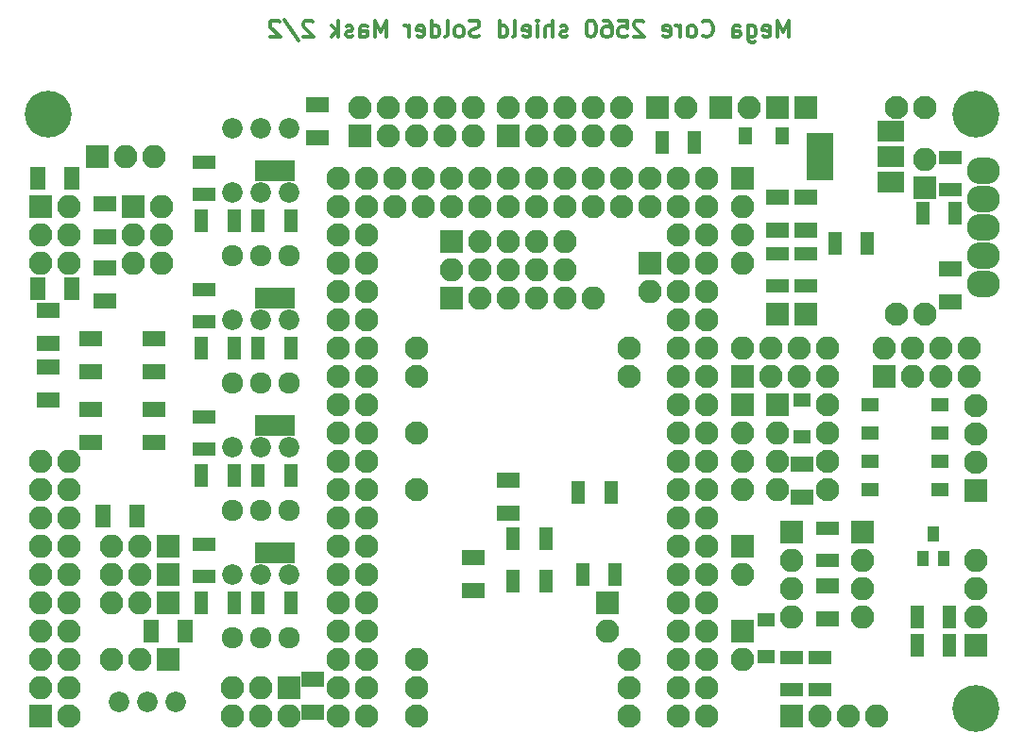
<source format=gbr>
G04 #@! TF.FileFunction,Soldermask,Bot*
%FSLAX46Y46*%
G04 Gerber Fmt 4.6, Leading zero omitted, Abs format (unit mm)*
G04 Created by KiCad (PCBNEW 4.0.7) date 11/20/17 08:28:58*
%MOMM*%
%LPD*%
G01*
G04 APERTURE LIST*
%ADD10C,0.100000*%
%ADD11C,0.300000*%
%ADD12R,2.100000X2.100000*%
%ADD13C,2.100000*%
%ADD14O,2.100000X2.100000*%
%ADD15R,1.600000X1.300000*%
%ADD16R,2.100000X1.300000*%
%ADD17R,1.300000X2.100000*%
%ADD18R,2.000000X1.400000*%
%ADD19R,1.000000X1.400000*%
%ADD20R,1.600000X1.200000*%
%ADD21R,2.400000X4.200000*%
%ADD22R,2.400000X1.900000*%
%ADD23R,1.300000X1.600000*%
%ADD24R,1.400000X2.000000*%
%ADD25C,1.840000*%
%ADD26C,1.924000*%
%ADD27O,2.940000X2.432000*%
%ADD28C,4.200000*%
%ADD29R,1.924000X1.924000*%
G04 APERTURE END LIST*
D10*
D11*
X209746804Y-58113051D02*
X209746804Y-56613051D01*
X209246804Y-57684480D01*
X208746804Y-56613051D01*
X208746804Y-58113051D01*
X207461090Y-58041623D02*
X207603947Y-58113051D01*
X207889661Y-58113051D01*
X208032518Y-58041623D01*
X208103947Y-57898766D01*
X208103947Y-57327337D01*
X208032518Y-57184480D01*
X207889661Y-57113051D01*
X207603947Y-57113051D01*
X207461090Y-57184480D01*
X207389661Y-57327337D01*
X207389661Y-57470194D01*
X208103947Y-57613051D01*
X206103947Y-57113051D02*
X206103947Y-58327337D01*
X206175376Y-58470194D01*
X206246804Y-58541623D01*
X206389661Y-58613051D01*
X206603947Y-58613051D01*
X206746804Y-58541623D01*
X206103947Y-58041623D02*
X206246804Y-58113051D01*
X206532518Y-58113051D01*
X206675376Y-58041623D01*
X206746804Y-57970194D01*
X206818233Y-57827337D01*
X206818233Y-57398766D01*
X206746804Y-57255909D01*
X206675376Y-57184480D01*
X206532518Y-57113051D01*
X206246804Y-57113051D01*
X206103947Y-57184480D01*
X204746804Y-58113051D02*
X204746804Y-57327337D01*
X204818233Y-57184480D01*
X204961090Y-57113051D01*
X205246804Y-57113051D01*
X205389661Y-57184480D01*
X204746804Y-58041623D02*
X204889661Y-58113051D01*
X205246804Y-58113051D01*
X205389661Y-58041623D01*
X205461090Y-57898766D01*
X205461090Y-57755909D01*
X205389661Y-57613051D01*
X205246804Y-57541623D01*
X204889661Y-57541623D01*
X204746804Y-57470194D01*
X202032518Y-57970194D02*
X202103947Y-58041623D01*
X202318233Y-58113051D01*
X202461090Y-58113051D01*
X202675375Y-58041623D01*
X202818233Y-57898766D01*
X202889661Y-57755909D01*
X202961090Y-57470194D01*
X202961090Y-57255909D01*
X202889661Y-56970194D01*
X202818233Y-56827337D01*
X202675375Y-56684480D01*
X202461090Y-56613051D01*
X202318233Y-56613051D01*
X202103947Y-56684480D01*
X202032518Y-56755909D01*
X201175375Y-58113051D02*
X201318233Y-58041623D01*
X201389661Y-57970194D01*
X201461090Y-57827337D01*
X201461090Y-57398766D01*
X201389661Y-57255909D01*
X201318233Y-57184480D01*
X201175375Y-57113051D01*
X200961090Y-57113051D01*
X200818233Y-57184480D01*
X200746804Y-57255909D01*
X200675375Y-57398766D01*
X200675375Y-57827337D01*
X200746804Y-57970194D01*
X200818233Y-58041623D01*
X200961090Y-58113051D01*
X201175375Y-58113051D01*
X200032518Y-58113051D02*
X200032518Y-57113051D01*
X200032518Y-57398766D02*
X199961090Y-57255909D01*
X199889661Y-57184480D01*
X199746804Y-57113051D01*
X199603947Y-57113051D01*
X198532519Y-58041623D02*
X198675376Y-58113051D01*
X198961090Y-58113051D01*
X199103947Y-58041623D01*
X199175376Y-57898766D01*
X199175376Y-57327337D01*
X199103947Y-57184480D01*
X198961090Y-57113051D01*
X198675376Y-57113051D01*
X198532519Y-57184480D01*
X198461090Y-57327337D01*
X198461090Y-57470194D01*
X199175376Y-57613051D01*
X196746805Y-56755909D02*
X196675376Y-56684480D01*
X196532519Y-56613051D01*
X196175376Y-56613051D01*
X196032519Y-56684480D01*
X195961090Y-56755909D01*
X195889662Y-56898766D01*
X195889662Y-57041623D01*
X195961090Y-57255909D01*
X196818233Y-58113051D01*
X195889662Y-58113051D01*
X194532519Y-56613051D02*
X195246805Y-56613051D01*
X195318234Y-57327337D01*
X195246805Y-57255909D01*
X195103948Y-57184480D01*
X194746805Y-57184480D01*
X194603948Y-57255909D01*
X194532519Y-57327337D01*
X194461091Y-57470194D01*
X194461091Y-57827337D01*
X194532519Y-57970194D01*
X194603948Y-58041623D01*
X194746805Y-58113051D01*
X195103948Y-58113051D01*
X195246805Y-58041623D01*
X195318234Y-57970194D01*
X193175377Y-56613051D02*
X193461091Y-56613051D01*
X193603948Y-56684480D01*
X193675377Y-56755909D01*
X193818234Y-56970194D01*
X193889663Y-57255909D01*
X193889663Y-57827337D01*
X193818234Y-57970194D01*
X193746806Y-58041623D01*
X193603948Y-58113051D01*
X193318234Y-58113051D01*
X193175377Y-58041623D01*
X193103948Y-57970194D01*
X193032520Y-57827337D01*
X193032520Y-57470194D01*
X193103948Y-57327337D01*
X193175377Y-57255909D01*
X193318234Y-57184480D01*
X193603948Y-57184480D01*
X193746806Y-57255909D01*
X193818234Y-57327337D01*
X193889663Y-57470194D01*
X192103949Y-56613051D02*
X191961092Y-56613051D01*
X191818235Y-56684480D01*
X191746806Y-56755909D01*
X191675377Y-56898766D01*
X191603949Y-57184480D01*
X191603949Y-57541623D01*
X191675377Y-57827337D01*
X191746806Y-57970194D01*
X191818235Y-58041623D01*
X191961092Y-58113051D01*
X192103949Y-58113051D01*
X192246806Y-58041623D01*
X192318235Y-57970194D01*
X192389663Y-57827337D01*
X192461092Y-57541623D01*
X192461092Y-57184480D01*
X192389663Y-56898766D01*
X192318235Y-56755909D01*
X192246806Y-56684480D01*
X192103949Y-56613051D01*
X189889664Y-58041623D02*
X189746807Y-58113051D01*
X189461092Y-58113051D01*
X189318235Y-58041623D01*
X189246807Y-57898766D01*
X189246807Y-57827337D01*
X189318235Y-57684480D01*
X189461092Y-57613051D01*
X189675378Y-57613051D01*
X189818235Y-57541623D01*
X189889664Y-57398766D01*
X189889664Y-57327337D01*
X189818235Y-57184480D01*
X189675378Y-57113051D01*
X189461092Y-57113051D01*
X189318235Y-57184480D01*
X188603949Y-58113051D02*
X188603949Y-56613051D01*
X187961092Y-58113051D02*
X187961092Y-57327337D01*
X188032521Y-57184480D01*
X188175378Y-57113051D01*
X188389663Y-57113051D01*
X188532521Y-57184480D01*
X188603949Y-57255909D01*
X187246806Y-58113051D02*
X187246806Y-57113051D01*
X187246806Y-56613051D02*
X187318235Y-56684480D01*
X187246806Y-56755909D01*
X187175378Y-56684480D01*
X187246806Y-56613051D01*
X187246806Y-56755909D01*
X185961092Y-58041623D02*
X186103949Y-58113051D01*
X186389663Y-58113051D01*
X186532520Y-58041623D01*
X186603949Y-57898766D01*
X186603949Y-57327337D01*
X186532520Y-57184480D01*
X186389663Y-57113051D01*
X186103949Y-57113051D01*
X185961092Y-57184480D01*
X185889663Y-57327337D01*
X185889663Y-57470194D01*
X186603949Y-57613051D01*
X185032520Y-58113051D02*
X185175378Y-58041623D01*
X185246806Y-57898766D01*
X185246806Y-56613051D01*
X183818235Y-58113051D02*
X183818235Y-56613051D01*
X183818235Y-58041623D02*
X183961092Y-58113051D01*
X184246806Y-58113051D01*
X184389664Y-58041623D01*
X184461092Y-57970194D01*
X184532521Y-57827337D01*
X184532521Y-57398766D01*
X184461092Y-57255909D01*
X184389664Y-57184480D01*
X184246806Y-57113051D01*
X183961092Y-57113051D01*
X183818235Y-57184480D01*
X182032521Y-58041623D02*
X181818235Y-58113051D01*
X181461092Y-58113051D01*
X181318235Y-58041623D01*
X181246806Y-57970194D01*
X181175378Y-57827337D01*
X181175378Y-57684480D01*
X181246806Y-57541623D01*
X181318235Y-57470194D01*
X181461092Y-57398766D01*
X181746806Y-57327337D01*
X181889664Y-57255909D01*
X181961092Y-57184480D01*
X182032521Y-57041623D01*
X182032521Y-56898766D01*
X181961092Y-56755909D01*
X181889664Y-56684480D01*
X181746806Y-56613051D01*
X181389664Y-56613051D01*
X181175378Y-56684480D01*
X180318235Y-58113051D02*
X180461093Y-58041623D01*
X180532521Y-57970194D01*
X180603950Y-57827337D01*
X180603950Y-57398766D01*
X180532521Y-57255909D01*
X180461093Y-57184480D01*
X180318235Y-57113051D01*
X180103950Y-57113051D01*
X179961093Y-57184480D01*
X179889664Y-57255909D01*
X179818235Y-57398766D01*
X179818235Y-57827337D01*
X179889664Y-57970194D01*
X179961093Y-58041623D01*
X180103950Y-58113051D01*
X180318235Y-58113051D01*
X178961092Y-58113051D02*
X179103950Y-58041623D01*
X179175378Y-57898766D01*
X179175378Y-56613051D01*
X177746807Y-58113051D02*
X177746807Y-56613051D01*
X177746807Y-58041623D02*
X177889664Y-58113051D01*
X178175378Y-58113051D01*
X178318236Y-58041623D01*
X178389664Y-57970194D01*
X178461093Y-57827337D01*
X178461093Y-57398766D01*
X178389664Y-57255909D01*
X178318236Y-57184480D01*
X178175378Y-57113051D01*
X177889664Y-57113051D01*
X177746807Y-57184480D01*
X176461093Y-58041623D02*
X176603950Y-58113051D01*
X176889664Y-58113051D01*
X177032521Y-58041623D01*
X177103950Y-57898766D01*
X177103950Y-57327337D01*
X177032521Y-57184480D01*
X176889664Y-57113051D01*
X176603950Y-57113051D01*
X176461093Y-57184480D01*
X176389664Y-57327337D01*
X176389664Y-57470194D01*
X177103950Y-57613051D01*
X175746807Y-58113051D02*
X175746807Y-57113051D01*
X175746807Y-57398766D02*
X175675379Y-57255909D01*
X175603950Y-57184480D01*
X175461093Y-57113051D01*
X175318236Y-57113051D01*
X173675379Y-58113051D02*
X173675379Y-56613051D01*
X173175379Y-57684480D01*
X172675379Y-56613051D01*
X172675379Y-58113051D01*
X171318236Y-58113051D02*
X171318236Y-57327337D01*
X171389665Y-57184480D01*
X171532522Y-57113051D01*
X171818236Y-57113051D01*
X171961093Y-57184480D01*
X171318236Y-58041623D02*
X171461093Y-58113051D01*
X171818236Y-58113051D01*
X171961093Y-58041623D01*
X172032522Y-57898766D01*
X172032522Y-57755909D01*
X171961093Y-57613051D01*
X171818236Y-57541623D01*
X171461093Y-57541623D01*
X171318236Y-57470194D01*
X170675379Y-58041623D02*
X170532522Y-58113051D01*
X170246807Y-58113051D01*
X170103950Y-58041623D01*
X170032522Y-57898766D01*
X170032522Y-57827337D01*
X170103950Y-57684480D01*
X170246807Y-57613051D01*
X170461093Y-57613051D01*
X170603950Y-57541623D01*
X170675379Y-57398766D01*
X170675379Y-57327337D01*
X170603950Y-57184480D01*
X170461093Y-57113051D01*
X170246807Y-57113051D01*
X170103950Y-57184480D01*
X169389664Y-58113051D02*
X169389664Y-56613051D01*
X169246807Y-57541623D02*
X168818236Y-58113051D01*
X168818236Y-57113051D02*
X169389664Y-57684480D01*
X167103950Y-56755909D02*
X167032521Y-56684480D01*
X166889664Y-56613051D01*
X166532521Y-56613051D01*
X166389664Y-56684480D01*
X166318235Y-56755909D01*
X166246807Y-56898766D01*
X166246807Y-57041623D01*
X166318235Y-57255909D01*
X167175378Y-58113051D01*
X166246807Y-58113051D01*
X164532522Y-56541623D02*
X165818236Y-58470194D01*
X164103950Y-56755909D02*
X164032521Y-56684480D01*
X163889664Y-56613051D01*
X163532521Y-56613051D01*
X163389664Y-56684480D01*
X163318235Y-56755909D01*
X163246807Y-56898766D01*
X163246807Y-57041623D01*
X163318235Y-57255909D01*
X164175378Y-58113051D01*
X163246807Y-58113051D01*
D12*
X208757520Y-64419480D03*
X208767520Y-82961480D03*
X211297520Y-64419480D03*
X211297520Y-82961480D03*
D13*
X219425520Y-64419480D03*
X219425520Y-82961480D03*
X221965520Y-64419480D03*
X221965520Y-82961480D03*
D12*
X221965520Y-71658480D03*
D14*
X221965520Y-69118480D03*
D15*
X207741520Y-113694480D03*
X207741520Y-110394480D03*
D16*
X212567520Y-113769480D03*
X212567520Y-116669480D03*
X210027520Y-113769480D03*
X210027520Y-116669480D03*
D17*
X221277520Y-112679480D03*
X224177520Y-112679480D03*
X221277520Y-110139480D03*
X224177520Y-110139480D03*
D18*
X213202520Y-110369480D03*
X213202520Y-107369480D03*
D16*
X213202520Y-105112480D03*
X213202520Y-102212480D03*
D19*
X221777520Y-104889480D03*
X222727520Y-102689480D03*
X223677520Y-104889480D03*
D20*
X223337520Y-96169480D03*
X223337520Y-98709480D03*
X217037520Y-98709480D03*
X217037520Y-96169480D03*
X223337520Y-91089480D03*
X223337520Y-93629480D03*
X217037520Y-93629480D03*
X217037520Y-91089480D03*
D18*
X210916520Y-99447480D03*
X210916520Y-96447480D03*
D15*
X210916520Y-90709480D03*
X210916520Y-94009480D03*
D18*
X224251520Y-78921480D03*
X224251520Y-81921480D03*
D17*
X224685520Y-73944480D03*
X221785520Y-73944480D03*
D16*
X224251520Y-68938480D03*
X224251520Y-71838480D03*
X211297520Y-80474480D03*
X211297520Y-77574480D03*
X208757520Y-80474480D03*
X208757520Y-77574480D03*
D17*
X216811520Y-76611480D03*
X213911520Y-76611480D03*
D18*
X211297520Y-72444480D03*
X211297520Y-75444480D03*
X208757520Y-72444480D03*
X208757520Y-75444480D03*
D21*
X212592520Y-68864480D03*
D22*
X218892520Y-68864480D03*
X218892520Y-71164480D03*
X218892520Y-66564480D03*
D23*
X209137520Y-66959480D03*
X205837520Y-66959480D03*
D17*
X198417520Y-67594480D03*
X201317520Y-67594480D03*
D12*
X197327520Y-78389480D03*
D14*
X197327520Y-80929480D03*
D12*
X179547520Y-76484480D03*
D14*
X179547520Y-79024480D03*
X182087520Y-76484480D03*
X182087520Y-79024480D03*
X184627520Y-76484480D03*
X184627520Y-79024480D03*
X187167520Y-76484480D03*
X187167520Y-79024480D03*
X189707520Y-76484480D03*
X189707520Y-79024480D03*
D13*
X195422520Y-86009480D03*
X195422520Y-88549480D03*
X176372520Y-86009480D03*
X176372520Y-88549480D03*
X176372520Y-93629480D03*
X176372520Y-98709480D03*
X176372520Y-113949480D03*
X176372520Y-116489480D03*
X176372520Y-119029480D03*
X195422520Y-119029480D03*
X195422520Y-116489480D03*
X195422520Y-113949480D03*
D17*
X193824520Y-98963480D03*
X190924520Y-98963480D03*
D18*
X184627520Y-97844480D03*
X184627520Y-100844480D03*
D17*
X185082520Y-103154480D03*
X187982520Y-103154480D03*
X194205520Y-106329480D03*
X191305520Y-106329480D03*
X185082520Y-106964480D03*
X187982520Y-106964480D03*
D18*
X181452520Y-104829480D03*
X181452520Y-107829480D03*
X167101520Y-115751480D03*
X167101520Y-118751480D03*
D16*
X157322520Y-106509480D03*
X157322520Y-103609480D03*
D24*
X152647520Y-111409480D03*
X155647520Y-111409480D03*
X151329520Y-101122480D03*
X148329520Y-101122480D03*
D17*
X162222520Y-97439480D03*
X165122520Y-97439480D03*
D16*
X157322520Y-95079480D03*
X157322520Y-92179480D03*
D18*
X152877520Y-94494480D03*
X152877520Y-91494480D03*
X147162520Y-94494480D03*
X147162520Y-91494480D03*
X147162520Y-85144480D03*
X147162520Y-88144480D03*
X152877520Y-85144480D03*
X152877520Y-88144480D03*
D17*
X162222520Y-86009480D03*
X165122520Y-86009480D03*
D16*
X157322520Y-83649480D03*
X157322520Y-80749480D03*
D17*
X157142520Y-74579480D03*
X160042520Y-74579480D03*
X162222520Y-74579480D03*
X165122520Y-74579480D03*
D24*
X145487520Y-80675480D03*
X142487520Y-80675480D03*
D18*
X143352520Y-85604480D03*
X143352520Y-82604480D03*
X148432520Y-78794480D03*
X148432520Y-81794480D03*
X148432520Y-76079480D03*
X148432520Y-73079480D03*
D16*
X157322520Y-72219480D03*
X157322520Y-69319480D03*
D24*
X145487520Y-70769480D03*
X142487520Y-70769480D03*
D17*
X157142520Y-86009480D03*
X160042520Y-86009480D03*
X157142520Y-97439480D03*
X160042520Y-97439480D03*
X162222520Y-108869480D03*
X165122520Y-108869480D03*
X157142520Y-108869480D03*
X160042520Y-108869480D03*
D12*
X226537520Y-112679480D03*
D14*
X226537520Y-110139480D03*
X226537520Y-107599480D03*
X226537520Y-105059480D03*
D13*
X187167520Y-73309480D03*
X189707520Y-73309480D03*
X192247520Y-73309480D03*
X194787520Y-73309480D03*
X197327520Y-73309480D03*
X184627520Y-73309480D03*
X182087520Y-73309480D03*
X179547520Y-73309480D03*
X177007520Y-73309480D03*
X174467520Y-73309480D03*
X197327520Y-70769480D03*
X194787520Y-70769480D03*
X192247520Y-70769480D03*
X189707520Y-70769480D03*
X187167520Y-70769480D03*
X184627520Y-70769480D03*
X182087520Y-70769480D03*
X179547520Y-70769480D03*
X177007520Y-70769480D03*
X174467520Y-70769480D03*
X199867520Y-70769480D03*
X199867520Y-73309480D03*
X199867520Y-75849480D03*
X199867520Y-78389480D03*
X199867520Y-80929480D03*
X199867520Y-83469480D03*
X199867520Y-86009480D03*
X199867520Y-88549480D03*
X199867520Y-91089480D03*
X199867520Y-93629480D03*
X199867520Y-96169480D03*
X199867520Y-98709480D03*
X199867520Y-101249480D03*
X199867520Y-103789480D03*
X199867520Y-106329480D03*
X199867520Y-108869480D03*
X199867520Y-111409480D03*
X199867520Y-113949480D03*
X199867520Y-116489480D03*
X199867520Y-119029480D03*
X202407520Y-70769480D03*
X202407520Y-73309480D03*
X202407520Y-75849480D03*
X202407520Y-78389480D03*
X202407520Y-80929480D03*
X202407520Y-83469480D03*
X202407520Y-86009480D03*
X202407520Y-88549480D03*
X202407520Y-91089480D03*
X202407520Y-93629480D03*
X202407520Y-96169480D03*
X202407520Y-98709480D03*
X202407520Y-101249480D03*
X202407520Y-103789480D03*
X202407520Y-106329480D03*
X202407520Y-108869480D03*
X202407520Y-111409480D03*
X202407520Y-113949480D03*
X202407520Y-116489480D03*
X202407520Y-119029480D03*
X171927520Y-70769480D03*
X171927520Y-73309480D03*
X171927520Y-75849480D03*
X171927520Y-78389480D03*
X171927520Y-80929480D03*
X171927520Y-83469480D03*
X171927520Y-86009480D03*
X171927520Y-88549480D03*
X171927520Y-91089480D03*
X171927520Y-93629480D03*
X171927520Y-96169480D03*
X171927520Y-98709480D03*
X171927520Y-101249480D03*
X171927520Y-103789480D03*
X171927520Y-106329480D03*
X171927520Y-108869480D03*
X171927520Y-111409480D03*
X171927520Y-113949480D03*
X171927520Y-116489480D03*
X171927520Y-119029480D03*
X169387520Y-119029480D03*
X169387520Y-116489480D03*
X169387520Y-113949480D03*
X169387520Y-111409480D03*
X169387520Y-108869480D03*
X169387520Y-106329480D03*
X169387520Y-103789480D03*
X169387520Y-101249480D03*
X169387520Y-98709480D03*
X169387520Y-96169480D03*
X169387520Y-93629480D03*
X169387520Y-91089480D03*
X169387520Y-88549480D03*
X169387520Y-86009480D03*
X169387520Y-83469480D03*
X169387520Y-80929480D03*
X169387520Y-78389480D03*
X169387520Y-75849480D03*
X169387520Y-73309480D03*
X169387520Y-70769480D03*
D12*
X210027520Y-119029480D03*
D14*
X212567520Y-119029480D03*
X215107520Y-119029480D03*
X217647520Y-119029480D03*
D12*
X205582520Y-111409480D03*
D14*
X205582520Y-113949480D03*
D12*
X216377520Y-102519480D03*
D14*
X216377520Y-105059480D03*
X216377520Y-107599480D03*
X216377520Y-110139480D03*
D12*
X210027520Y-102519480D03*
D14*
X210027520Y-105059480D03*
X210027520Y-107599480D03*
X210027520Y-110139480D03*
D12*
X205582520Y-103789480D03*
D14*
X205582520Y-106329480D03*
D12*
X208757520Y-91089480D03*
D14*
X208757520Y-93629480D03*
X208757520Y-96169480D03*
X208757520Y-98709480D03*
D12*
X205582520Y-91089480D03*
D14*
X205582520Y-93629480D03*
X205582520Y-96169480D03*
X205582520Y-98709480D03*
D13*
X226537520Y-91152980D03*
X226537520Y-93692980D03*
X226537520Y-96232980D03*
D12*
X226537520Y-98772980D03*
D13*
X213202520Y-91102180D03*
X213202520Y-93642180D03*
X213202520Y-96182180D03*
X213202520Y-98722180D03*
X213202520Y-98722180D03*
X213202520Y-96182180D03*
X213202520Y-93642180D03*
X213202520Y-91102180D03*
D12*
X205582520Y-70769480D03*
D14*
X205582520Y-73309480D03*
X205582520Y-75849480D03*
X205582520Y-78389480D03*
D12*
X203677520Y-64419480D03*
D14*
X206217520Y-64419480D03*
D12*
X197962520Y-64419480D03*
D14*
X200502520Y-64419480D03*
D12*
X179547520Y-81564480D03*
D14*
X182087520Y-81564480D03*
X184627520Y-81564480D03*
X187167520Y-81564480D03*
X189707520Y-81564480D03*
X192247520Y-81564480D03*
D12*
X193517520Y-108869480D03*
D14*
X193517520Y-111409480D03*
D12*
X147797520Y-68864480D03*
D14*
X150337520Y-68864480D03*
X152877520Y-68864480D03*
D12*
X150972520Y-73309480D03*
D14*
X153512520Y-73309480D03*
X150972520Y-75849480D03*
X153512520Y-75849480D03*
X150972520Y-78389480D03*
X153512520Y-78389480D03*
D12*
X142717520Y-73309480D03*
D14*
X145257520Y-73309480D03*
X142717520Y-75849480D03*
X145257520Y-75849480D03*
X142717520Y-78389480D03*
X145257520Y-78389480D03*
D12*
X142717520Y-119029480D03*
D14*
X145257520Y-116489480D03*
X142717520Y-116489480D03*
X145257520Y-113949480D03*
X142717520Y-113949480D03*
X145257520Y-111409480D03*
X142717520Y-111409480D03*
X145257520Y-108869480D03*
X142717520Y-108869480D03*
X145257520Y-106329480D03*
X142717520Y-106329480D03*
X145257520Y-103789480D03*
X142717520Y-103789480D03*
X145257520Y-101249480D03*
X142717520Y-101249480D03*
X145257520Y-98709480D03*
X142717520Y-98709480D03*
X145257520Y-96169480D03*
X142717520Y-96169480D03*
D13*
X145257520Y-119029480D03*
D12*
X154147520Y-103789480D03*
D14*
X151607520Y-103789480D03*
X149067520Y-103789480D03*
D12*
X154147520Y-106329480D03*
D14*
X151607520Y-106329480D03*
X149067520Y-106329480D03*
D12*
X154147520Y-108869480D03*
D14*
X151607520Y-108869480D03*
X149067520Y-108869480D03*
D12*
X154147520Y-113949480D03*
D14*
X151607520Y-113949480D03*
X149067520Y-113949480D03*
D25*
X149702520Y-117759480D03*
X152242520Y-117759480D03*
X154782520Y-117759480D03*
D12*
X164942520Y-116489480D03*
D14*
X164942520Y-119029480D03*
X162402520Y-116489480D03*
X162402520Y-119029480D03*
X159862520Y-116489480D03*
X159862520Y-119029480D03*
D26*
X162402520Y-112044480D03*
X164942520Y-112044480D03*
X159862520Y-112044480D03*
D25*
X159862520Y-106329480D03*
X162402520Y-106329480D03*
X164942520Y-106329480D03*
D26*
X162402520Y-100614480D03*
X164942520Y-100614480D03*
X159862520Y-100614480D03*
D25*
X159862520Y-94899480D03*
X162402520Y-94899480D03*
X164942520Y-94899480D03*
D26*
X162402520Y-89184480D03*
X164942520Y-89184480D03*
X159862520Y-89184480D03*
D25*
X159862520Y-83469480D03*
X162402520Y-83469480D03*
X164942520Y-83469480D03*
X159862520Y-72039480D03*
X162402520Y-72039480D03*
X164942520Y-72039480D03*
D26*
X162402520Y-77754480D03*
X164942520Y-77754480D03*
X159862520Y-77754480D03*
D25*
X159862520Y-66324480D03*
X162402520Y-66324480D03*
X164942520Y-66324480D03*
D27*
X227172520Y-70134480D03*
X227172520Y-72674480D03*
X227172520Y-75214480D03*
X227172520Y-77754480D03*
X227172520Y-80294480D03*
D12*
X205582520Y-88549480D03*
D14*
X205582520Y-86009480D03*
X208122520Y-88549480D03*
X208122520Y-86009480D03*
X210662520Y-88549480D03*
X210662520Y-86009480D03*
X213202520Y-88549480D03*
X213202520Y-86009480D03*
D18*
X167482520Y-67189480D03*
X167482520Y-64189480D03*
D28*
X143352520Y-65054480D03*
X226537520Y-118394480D03*
X226537520Y-65054480D03*
D12*
X171292520Y-66959480D03*
D14*
X171292520Y-64419480D03*
X173832520Y-66959480D03*
X173832520Y-64419480D03*
X176372520Y-66959480D03*
X176372520Y-64419480D03*
X178912520Y-66959480D03*
X178912520Y-64419480D03*
X181452520Y-66959480D03*
X181452520Y-64419480D03*
D12*
X184627520Y-66959480D03*
D14*
X184627520Y-64419480D03*
X187167520Y-66959480D03*
X187167520Y-64419480D03*
X189707520Y-66959480D03*
X189707520Y-64419480D03*
X192247520Y-66959480D03*
X192247520Y-64419480D03*
X194787520Y-66959480D03*
X194787520Y-64419480D03*
D29*
X164571680Y-70134480D03*
X162872420Y-70134480D03*
X164571680Y-81564480D03*
X162872420Y-81564480D03*
X164571680Y-92994480D03*
X162872420Y-92994480D03*
X164571680Y-104424480D03*
X162872420Y-104424480D03*
D12*
X218282520Y-88549480D03*
D14*
X218282520Y-86009480D03*
X220822520Y-88549480D03*
X220822520Y-86009480D03*
X223362520Y-88549480D03*
X223362520Y-86009480D03*
X225902520Y-88549480D03*
X225902520Y-86009480D03*
D18*
X143352520Y-90684480D03*
X143352520Y-87684480D03*
M02*

</source>
